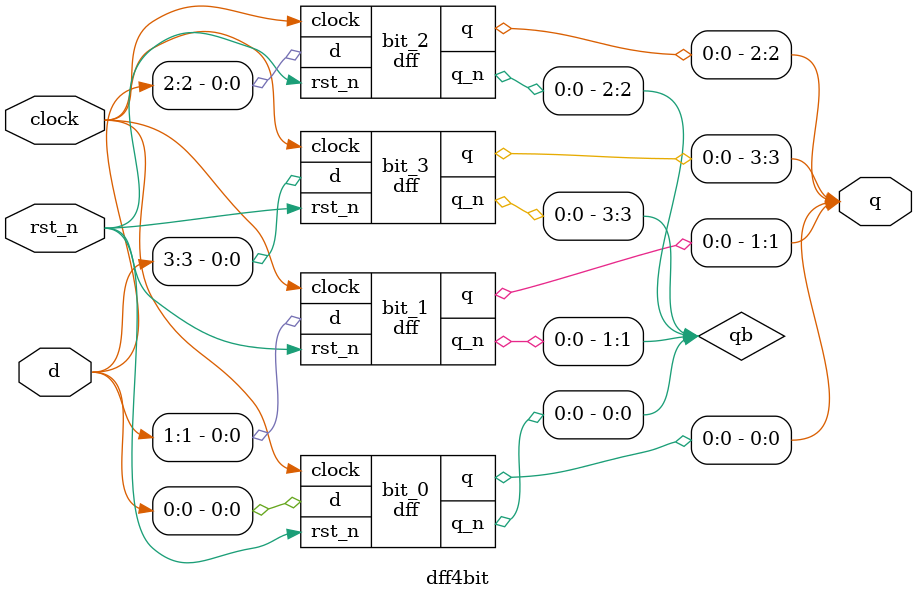
<source format=v>
module dff (
  input rst_n, clock,
  input d,
  output reg q,
  output q_n
);

  always @(posedge clock )
    if( !rst_n )
      q <= 0;
    else
      q <= d;

  assign q_n = ~q;

endmodule

module dff4bit (
  input rst_n, clock,
  input [3:0] d,
  output [3:0] q
);

  wire [3:0] qb;

  dff bit_0 ( rst_n, clock, d[0], q[0], qb[0] );
  dff bit_1 ( rst_n, clock, d[1], q[1], qb[1] );
  dff bit_2 ( rst_n, clock, d[2], q[2], qb[2] );
  dff bit_3 ( rst_n, clock, d[3], q[3], qb[3] );

endmodule

</source>
